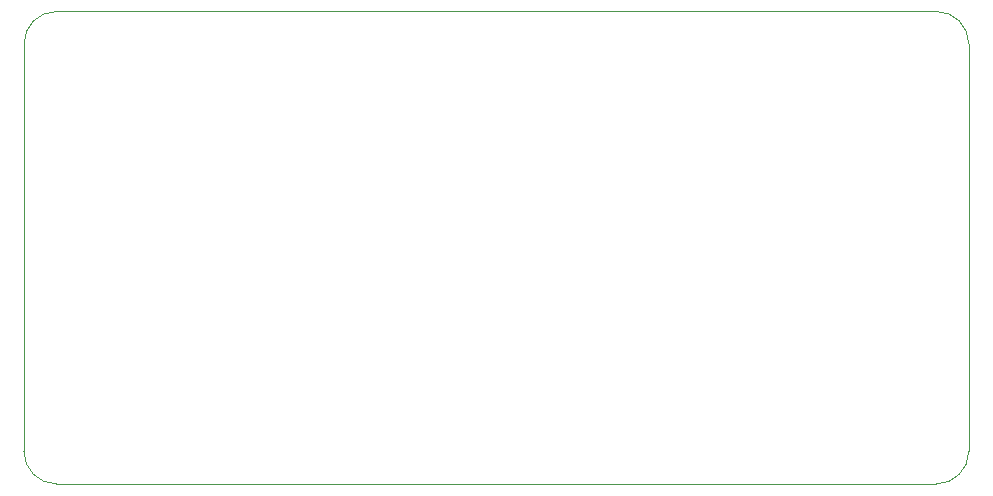
<source format=gbr>
%TF.GenerationSoftware,KiCad,Pcbnew,(5.1.10)-1*%
%TF.CreationDate,2021-12-01T19:41:51+01:00*%
%TF.ProjectId,xESC2,78455343-322e-46b6-9963-61645f706362,rev?*%
%TF.SameCoordinates,Original*%
%TF.FileFunction,Profile,NP*%
%FSLAX46Y46*%
G04 Gerber Fmt 4.6, Leading zero omitted, Abs format (unit mm)*
G04 Created by KiCad (PCBNEW (5.1.10)-1) date 2021-12-01 19:41:51*
%MOMM*%
%LPD*%
G01*
G04 APERTURE LIST*
%TA.AperFunction,Profile*%
%ADD10C,0.050000*%
%TD*%
G04 APERTURE END LIST*
D10*
X196000000Y-103750000D02*
G75*
G02*
X198750000Y-101000000I2750000J0D01*
G01*
X198750000Y-141000000D02*
G75*
G02*
X196000000Y-138250000I0J2750000D01*
G01*
X276000000Y-138250000D02*
G75*
G02*
X273250000Y-141000000I-2750000J0D01*
G01*
X273250000Y-101000000D02*
G75*
G02*
X276000000Y-103750000I0J-2750000D01*
G01*
X198750000Y-101000000D02*
X273250000Y-101000000D01*
X196000000Y-138250000D02*
X196000000Y-103750000D01*
X273250000Y-141000000D02*
X198750000Y-141000000D01*
X276000000Y-103750000D02*
X276000000Y-138250000D01*
M02*

</source>
